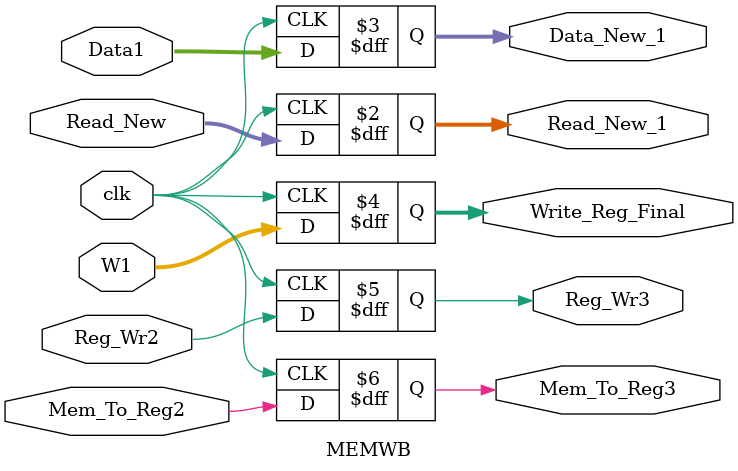
<source format=v>
`timescale 1ns / 1ps

module MEMWB(
    input clk,
    input [31:0] Read_New,
    input [31:0] Data1,
    input [4:0] W1,
    output reg [31:0] Read_New_1,
    output reg [31:0] Data_New_1,
    output reg [4:0] Write_Reg_Final,
    
    input Reg_Wr2,
    input Mem_To_Reg2,
    output reg Reg_Wr3,
    output reg Mem_To_Reg3
);

always @(posedge clk) begin
    Read_New_1 <= Read_New;
    Data_New_1 <= Data1;
    Write_Reg_Final <= W1;
    
    Reg_Wr3 <= Reg_Wr2;
    Mem_To_Reg3 <= Mem_To_Reg2;
end

endmodule

</source>
